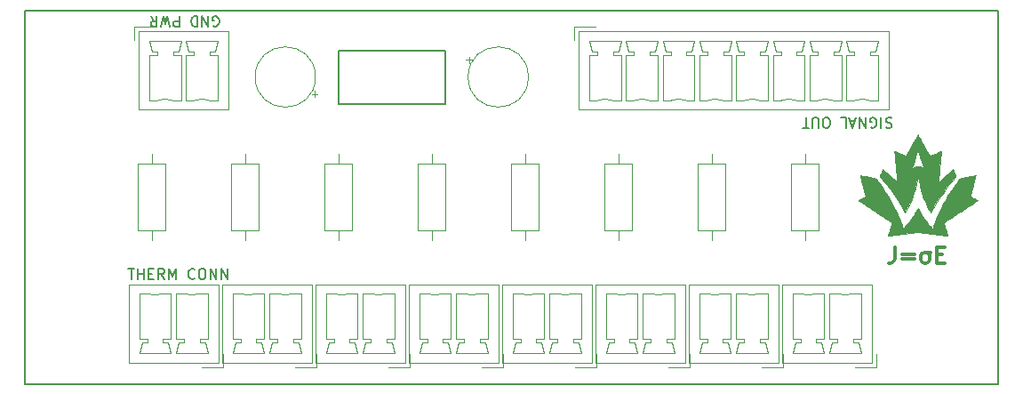
<source format=gto>
G04 #@! TF.FileFunction,Legend,Top*
%FSLAX46Y46*%
G04 Gerber Fmt 4.6, Leading zero omitted, Abs format (unit mm)*
G04 Created by KiCad (PCBNEW 4.0.7) date Wednesday, April 11, 2018 'AMt' 08:58:52 AM*
%MOMM*%
%LPD*%
G01*
G04 APERTURE LIST*
%ADD10C,0.100000*%
%ADD11C,0.300000*%
%ADD12C,0.150000*%
%ADD13C,0.120000*%
%ADD14C,0.010000*%
G04 APERTURE END LIST*
D10*
D11*
X196520857Y-116526571D02*
X196520857Y-117598000D01*
X196449429Y-117812286D01*
X196306572Y-117955143D01*
X196092286Y-118026571D01*
X195949429Y-118026571D01*
X197235143Y-117240857D02*
X198378000Y-117240857D01*
X198378000Y-117669429D02*
X197235143Y-117669429D01*
X199949429Y-117026571D02*
X199306572Y-117026571D01*
X199163714Y-117098000D01*
X199092286Y-117169429D01*
X199020857Y-117312286D01*
X199020857Y-117740857D01*
X199092286Y-117883714D01*
X199163714Y-117955143D01*
X199306572Y-118026571D01*
X199520857Y-118026571D01*
X199663714Y-117955143D01*
X199735143Y-117883714D01*
X199806572Y-117740857D01*
X199806572Y-117312286D01*
X199735143Y-117169429D01*
X199663714Y-117098000D01*
X199520857Y-117026571D01*
X200520857Y-117240857D02*
X201020857Y-117240857D01*
X201235143Y-118026571D02*
X200520857Y-118026571D01*
X200520857Y-116526571D01*
X201235143Y-116526571D01*
D12*
X196214476Y-104243238D02*
X196071619Y-104195619D01*
X195833523Y-104195619D01*
X195738285Y-104243238D01*
X195690666Y-104290857D01*
X195643047Y-104386095D01*
X195643047Y-104481333D01*
X195690666Y-104576571D01*
X195738285Y-104624190D01*
X195833523Y-104671810D01*
X196024000Y-104719429D01*
X196119238Y-104767048D01*
X196166857Y-104814667D01*
X196214476Y-104909905D01*
X196214476Y-105005143D01*
X196166857Y-105100381D01*
X196119238Y-105148000D01*
X196024000Y-105195619D01*
X195785904Y-105195619D01*
X195643047Y-105148000D01*
X195214476Y-104195619D02*
X195214476Y-105195619D01*
X194214476Y-105148000D02*
X194309714Y-105195619D01*
X194452571Y-105195619D01*
X194595429Y-105148000D01*
X194690667Y-105052762D01*
X194738286Y-104957524D01*
X194785905Y-104767048D01*
X194785905Y-104624190D01*
X194738286Y-104433714D01*
X194690667Y-104338476D01*
X194595429Y-104243238D01*
X194452571Y-104195619D01*
X194357333Y-104195619D01*
X194214476Y-104243238D01*
X194166857Y-104290857D01*
X194166857Y-104624190D01*
X194357333Y-104624190D01*
X193738286Y-104195619D02*
X193738286Y-105195619D01*
X193166857Y-104195619D01*
X193166857Y-105195619D01*
X192738286Y-104481333D02*
X192262095Y-104481333D01*
X192833524Y-104195619D02*
X192500191Y-105195619D01*
X192166857Y-104195619D01*
X191357333Y-104195619D02*
X191833524Y-104195619D01*
X191833524Y-105195619D01*
X190071619Y-105195619D02*
X189881142Y-105195619D01*
X189785904Y-105148000D01*
X189690666Y-105052762D01*
X189643047Y-104862286D01*
X189643047Y-104528952D01*
X189690666Y-104338476D01*
X189785904Y-104243238D01*
X189881142Y-104195619D01*
X190071619Y-104195619D01*
X190166857Y-104243238D01*
X190262095Y-104338476D01*
X190309714Y-104528952D01*
X190309714Y-104862286D01*
X190262095Y-105052762D01*
X190166857Y-105148000D01*
X190071619Y-105195619D01*
X189214476Y-105195619D02*
X189214476Y-104386095D01*
X189166857Y-104290857D01*
X189119238Y-104243238D01*
X189024000Y-104195619D01*
X188833523Y-104195619D01*
X188738285Y-104243238D01*
X188690666Y-104290857D01*
X188643047Y-104386095D01*
X188643047Y-105195619D01*
X188309714Y-105195619D02*
X187738285Y-105195619D01*
X188024000Y-104195619D02*
X188024000Y-105195619D01*
X123484286Y-118578381D02*
X124055715Y-118578381D01*
X123770000Y-119578381D02*
X123770000Y-118578381D01*
X124389048Y-119578381D02*
X124389048Y-118578381D01*
X124389048Y-119054571D02*
X124960477Y-119054571D01*
X124960477Y-119578381D02*
X124960477Y-118578381D01*
X125436667Y-119054571D02*
X125770001Y-119054571D01*
X125912858Y-119578381D02*
X125436667Y-119578381D01*
X125436667Y-118578381D01*
X125912858Y-118578381D01*
X126912858Y-119578381D02*
X126579524Y-119102190D01*
X126341429Y-119578381D02*
X126341429Y-118578381D01*
X126722382Y-118578381D01*
X126817620Y-118626000D01*
X126865239Y-118673619D01*
X126912858Y-118768857D01*
X126912858Y-118911714D01*
X126865239Y-119006952D01*
X126817620Y-119054571D01*
X126722382Y-119102190D01*
X126341429Y-119102190D01*
X127341429Y-119578381D02*
X127341429Y-118578381D01*
X127674763Y-119292667D01*
X128008096Y-118578381D01*
X128008096Y-119578381D01*
X129817620Y-119483143D02*
X129770001Y-119530762D01*
X129627144Y-119578381D01*
X129531906Y-119578381D01*
X129389048Y-119530762D01*
X129293810Y-119435524D01*
X129246191Y-119340286D01*
X129198572Y-119149810D01*
X129198572Y-119006952D01*
X129246191Y-118816476D01*
X129293810Y-118721238D01*
X129389048Y-118626000D01*
X129531906Y-118578381D01*
X129627144Y-118578381D01*
X129770001Y-118626000D01*
X129817620Y-118673619D01*
X130436667Y-118578381D02*
X130627144Y-118578381D01*
X130722382Y-118626000D01*
X130817620Y-118721238D01*
X130865239Y-118911714D01*
X130865239Y-119245048D01*
X130817620Y-119435524D01*
X130722382Y-119530762D01*
X130627144Y-119578381D01*
X130436667Y-119578381D01*
X130341429Y-119530762D01*
X130246191Y-119435524D01*
X130198572Y-119245048D01*
X130198572Y-118911714D01*
X130246191Y-118721238D01*
X130341429Y-118626000D01*
X130436667Y-118578381D01*
X131293810Y-119578381D02*
X131293810Y-118578381D01*
X131865239Y-119578381D01*
X131865239Y-118578381D01*
X132341429Y-119578381D02*
X132341429Y-118578381D01*
X132912858Y-119578381D01*
X132912858Y-118578381D01*
X131571904Y-95496000D02*
X131667142Y-95543619D01*
X131809999Y-95543619D01*
X131952857Y-95496000D01*
X132048095Y-95400762D01*
X132095714Y-95305524D01*
X132143333Y-95115048D01*
X132143333Y-94972190D01*
X132095714Y-94781714D01*
X132048095Y-94686476D01*
X131952857Y-94591238D01*
X131809999Y-94543619D01*
X131714761Y-94543619D01*
X131571904Y-94591238D01*
X131524285Y-94638857D01*
X131524285Y-94972190D01*
X131714761Y-94972190D01*
X131095714Y-94543619D02*
X131095714Y-95543619D01*
X130524285Y-94543619D01*
X130524285Y-95543619D01*
X130048095Y-94543619D02*
X130048095Y-95543619D01*
X129810000Y-95543619D01*
X129667142Y-95496000D01*
X129571904Y-95400762D01*
X129524285Y-95305524D01*
X129476666Y-95115048D01*
X129476666Y-94972190D01*
X129524285Y-94781714D01*
X129571904Y-94686476D01*
X129667142Y-94591238D01*
X129810000Y-94543619D01*
X130048095Y-94543619D01*
X128333333Y-94543619D02*
X128333333Y-95543619D01*
X127952380Y-95543619D01*
X127857142Y-95496000D01*
X127809523Y-95448381D01*
X127761904Y-95353143D01*
X127761904Y-95210286D01*
X127809523Y-95115048D01*
X127857142Y-95067429D01*
X127952380Y-95019810D01*
X128333333Y-95019810D01*
X127428571Y-95543619D02*
X127190476Y-94543619D01*
X126999999Y-95257905D01*
X126809523Y-94543619D01*
X126571428Y-95543619D01*
X125619047Y-94543619D02*
X125952381Y-95019810D01*
X126190476Y-94543619D02*
X126190476Y-95543619D01*
X125809523Y-95543619D01*
X125714285Y-95496000D01*
X125666666Y-95448381D01*
X125619047Y-95353143D01*
X125619047Y-95210286D01*
X125666666Y-95115048D01*
X125714285Y-95067429D01*
X125809523Y-95019810D01*
X126190476Y-95019810D01*
X113665000Y-129540000D02*
X206375000Y-129540000D01*
X113665000Y-93980000D02*
X206375000Y-93980000D01*
X113665000Y-93980000D02*
X113665000Y-129540000D01*
X206375000Y-93980000D02*
X206375000Y-129540000D01*
D13*
X141320000Y-100330000D02*
G75*
G03X141320000Y-100330000I-2870000J0D01*
G01*
X141522262Y-101945000D02*
X140972262Y-101945000D01*
X141247262Y-102220000D02*
X141247262Y-101670000D01*
X161600000Y-100330000D02*
G75*
G03X161600000Y-100330000I-2870000J0D01*
G01*
X155657738Y-98715000D02*
X156207738Y-98715000D01*
X155932738Y-98440000D02*
X155932738Y-98990000D01*
X127749647Y-102579845D02*
G75*
G03X126250000Y-102580000I-749647J-1700155D01*
G01*
X131249647Y-102579845D02*
G75*
G03X129750000Y-102580000I-749647J-1700155D01*
G01*
X124470000Y-96000000D02*
X124470000Y-103410000D01*
X124470000Y-103410000D02*
X133030000Y-103410000D01*
X133030000Y-103410000D02*
X133030000Y-96000000D01*
X133030000Y-96000000D02*
X124470000Y-96000000D01*
X126250000Y-102580000D02*
X125500000Y-102580000D01*
X125500000Y-102580000D02*
X125500000Y-98280000D01*
X125500000Y-98280000D02*
X126250000Y-98280000D01*
X126250000Y-98280000D02*
X126250000Y-97930000D01*
X126250000Y-97930000D02*
X125750000Y-97930000D01*
X125750000Y-97930000D02*
X125500000Y-96930000D01*
X125500000Y-96930000D02*
X128500000Y-96930000D01*
X128500000Y-96930000D02*
X128250000Y-97930000D01*
X128250000Y-97930000D02*
X127750000Y-97930000D01*
X127750000Y-97930000D02*
X127750000Y-98280000D01*
X127750000Y-98280000D02*
X128500000Y-98280000D01*
X128500000Y-98280000D02*
X128500000Y-102580000D01*
X128500000Y-102580000D02*
X127750000Y-102580000D01*
X129750000Y-102580000D02*
X129000000Y-102580000D01*
X129000000Y-102580000D02*
X129000000Y-98280000D01*
X129000000Y-98280000D02*
X129750000Y-98280000D01*
X129750000Y-98280000D02*
X129750000Y-97930000D01*
X129750000Y-97930000D02*
X129250000Y-97930000D01*
X129250000Y-97930000D02*
X129000000Y-96930000D01*
X129000000Y-96930000D02*
X132000000Y-96930000D01*
X132000000Y-96930000D02*
X131750000Y-97930000D01*
X131750000Y-97930000D02*
X131250000Y-97930000D01*
X131250000Y-97930000D02*
X131250000Y-98280000D01*
X131250000Y-98280000D02*
X132000000Y-98280000D01*
X132000000Y-98280000D02*
X132000000Y-102580000D01*
X132000000Y-102580000D02*
X131250000Y-102580000D01*
X124050000Y-96830000D02*
X124050000Y-95580000D01*
X124050000Y-95580000D02*
X126050000Y-95580000D01*
X169659647Y-102579845D02*
G75*
G03X168160000Y-102580000I-749647J-1700155D01*
G01*
X173159647Y-102579845D02*
G75*
G03X171660000Y-102580000I-749647J-1700155D01*
G01*
X176659647Y-102579845D02*
G75*
G03X175160000Y-102580000I-749647J-1700155D01*
G01*
X180159647Y-102579845D02*
G75*
G03X178660000Y-102580000I-749647J-1700155D01*
G01*
X183659647Y-102579845D02*
G75*
G03X182160000Y-102580000I-749647J-1700155D01*
G01*
X187159647Y-102579845D02*
G75*
G03X185660000Y-102580000I-749647J-1700155D01*
G01*
X190659647Y-102579845D02*
G75*
G03X189160000Y-102580000I-749647J-1700155D01*
G01*
X194159647Y-102579845D02*
G75*
G03X192660000Y-102580000I-749647J-1700155D01*
G01*
X166380000Y-96000000D02*
X166380000Y-103410000D01*
X166380000Y-103410000D02*
X195940000Y-103410000D01*
X195940000Y-103410000D02*
X195940000Y-96000000D01*
X195940000Y-96000000D02*
X166380000Y-96000000D01*
X168160000Y-102580000D02*
X167410000Y-102580000D01*
X167410000Y-102580000D02*
X167410000Y-98280000D01*
X167410000Y-98280000D02*
X168160000Y-98280000D01*
X168160000Y-98280000D02*
X168160000Y-97930000D01*
X168160000Y-97930000D02*
X167660000Y-97930000D01*
X167660000Y-97930000D02*
X167410000Y-96930000D01*
X167410000Y-96930000D02*
X170410000Y-96930000D01*
X170410000Y-96930000D02*
X170160000Y-97930000D01*
X170160000Y-97930000D02*
X169660000Y-97930000D01*
X169660000Y-97930000D02*
X169660000Y-98280000D01*
X169660000Y-98280000D02*
X170410000Y-98280000D01*
X170410000Y-98280000D02*
X170410000Y-102580000D01*
X170410000Y-102580000D02*
X169660000Y-102580000D01*
X171660000Y-102580000D02*
X170910000Y-102580000D01*
X170910000Y-102580000D02*
X170910000Y-98280000D01*
X170910000Y-98280000D02*
X171660000Y-98280000D01*
X171660000Y-98280000D02*
X171660000Y-97930000D01*
X171660000Y-97930000D02*
X171160000Y-97930000D01*
X171160000Y-97930000D02*
X170910000Y-96930000D01*
X170910000Y-96930000D02*
X173910000Y-96930000D01*
X173910000Y-96930000D02*
X173660000Y-97930000D01*
X173660000Y-97930000D02*
X173160000Y-97930000D01*
X173160000Y-97930000D02*
X173160000Y-98280000D01*
X173160000Y-98280000D02*
X173910000Y-98280000D01*
X173910000Y-98280000D02*
X173910000Y-102580000D01*
X173910000Y-102580000D02*
X173160000Y-102580000D01*
X175160000Y-102580000D02*
X174410000Y-102580000D01*
X174410000Y-102580000D02*
X174410000Y-98280000D01*
X174410000Y-98280000D02*
X175160000Y-98280000D01*
X175160000Y-98280000D02*
X175160000Y-97930000D01*
X175160000Y-97930000D02*
X174660000Y-97930000D01*
X174660000Y-97930000D02*
X174410000Y-96930000D01*
X174410000Y-96930000D02*
X177410000Y-96930000D01*
X177410000Y-96930000D02*
X177160000Y-97930000D01*
X177160000Y-97930000D02*
X176660000Y-97930000D01*
X176660000Y-97930000D02*
X176660000Y-98280000D01*
X176660000Y-98280000D02*
X177410000Y-98280000D01*
X177410000Y-98280000D02*
X177410000Y-102580000D01*
X177410000Y-102580000D02*
X176660000Y-102580000D01*
X178660000Y-102580000D02*
X177910000Y-102580000D01*
X177910000Y-102580000D02*
X177910000Y-98280000D01*
X177910000Y-98280000D02*
X178660000Y-98280000D01*
X178660000Y-98280000D02*
X178660000Y-97930000D01*
X178660000Y-97930000D02*
X178160000Y-97930000D01*
X178160000Y-97930000D02*
X177910000Y-96930000D01*
X177910000Y-96930000D02*
X180910000Y-96930000D01*
X180910000Y-96930000D02*
X180660000Y-97930000D01*
X180660000Y-97930000D02*
X180160000Y-97930000D01*
X180160000Y-97930000D02*
X180160000Y-98280000D01*
X180160000Y-98280000D02*
X180910000Y-98280000D01*
X180910000Y-98280000D02*
X180910000Y-102580000D01*
X180910000Y-102580000D02*
X180160000Y-102580000D01*
X182160000Y-102580000D02*
X181410000Y-102580000D01*
X181410000Y-102580000D02*
X181410000Y-98280000D01*
X181410000Y-98280000D02*
X182160000Y-98280000D01*
X182160000Y-98280000D02*
X182160000Y-97930000D01*
X182160000Y-97930000D02*
X181660000Y-97930000D01*
X181660000Y-97930000D02*
X181410000Y-96930000D01*
X181410000Y-96930000D02*
X184410000Y-96930000D01*
X184410000Y-96930000D02*
X184160000Y-97930000D01*
X184160000Y-97930000D02*
X183660000Y-97930000D01*
X183660000Y-97930000D02*
X183660000Y-98280000D01*
X183660000Y-98280000D02*
X184410000Y-98280000D01*
X184410000Y-98280000D02*
X184410000Y-102580000D01*
X184410000Y-102580000D02*
X183660000Y-102580000D01*
X185660000Y-102580000D02*
X184910000Y-102580000D01*
X184910000Y-102580000D02*
X184910000Y-98280000D01*
X184910000Y-98280000D02*
X185660000Y-98280000D01*
X185660000Y-98280000D02*
X185660000Y-97930000D01*
X185660000Y-97930000D02*
X185160000Y-97930000D01*
X185160000Y-97930000D02*
X184910000Y-96930000D01*
X184910000Y-96930000D02*
X187910000Y-96930000D01*
X187910000Y-96930000D02*
X187660000Y-97930000D01*
X187660000Y-97930000D02*
X187160000Y-97930000D01*
X187160000Y-97930000D02*
X187160000Y-98280000D01*
X187160000Y-98280000D02*
X187910000Y-98280000D01*
X187910000Y-98280000D02*
X187910000Y-102580000D01*
X187910000Y-102580000D02*
X187160000Y-102580000D01*
X189160000Y-102580000D02*
X188410000Y-102580000D01*
X188410000Y-102580000D02*
X188410000Y-98280000D01*
X188410000Y-98280000D02*
X189160000Y-98280000D01*
X189160000Y-98280000D02*
X189160000Y-97930000D01*
X189160000Y-97930000D02*
X188660000Y-97930000D01*
X188660000Y-97930000D02*
X188410000Y-96930000D01*
X188410000Y-96930000D02*
X191410000Y-96930000D01*
X191410000Y-96930000D02*
X191160000Y-97930000D01*
X191160000Y-97930000D02*
X190660000Y-97930000D01*
X190660000Y-97930000D02*
X190660000Y-98280000D01*
X190660000Y-98280000D02*
X191410000Y-98280000D01*
X191410000Y-98280000D02*
X191410000Y-102580000D01*
X191410000Y-102580000D02*
X190660000Y-102580000D01*
X192660000Y-102580000D02*
X191910000Y-102580000D01*
X191910000Y-102580000D02*
X191910000Y-98280000D01*
X191910000Y-98280000D02*
X192660000Y-98280000D01*
X192660000Y-98280000D02*
X192660000Y-97930000D01*
X192660000Y-97930000D02*
X192160000Y-97930000D01*
X192160000Y-97930000D02*
X191910000Y-96930000D01*
X191910000Y-96930000D02*
X194910000Y-96930000D01*
X194910000Y-96930000D02*
X194660000Y-97930000D01*
X194660000Y-97930000D02*
X194160000Y-97930000D01*
X194160000Y-97930000D02*
X194160000Y-98280000D01*
X194160000Y-98280000D02*
X194910000Y-98280000D01*
X194910000Y-98280000D02*
X194910000Y-102580000D01*
X194910000Y-102580000D02*
X194160000Y-102580000D01*
X165960000Y-96830000D02*
X165960000Y-95580000D01*
X165960000Y-95580000D02*
X167960000Y-95580000D01*
X128790353Y-120940155D02*
G75*
G03X130290000Y-120940000I749647J1700155D01*
G01*
X125290353Y-120940155D02*
G75*
G03X126790000Y-120940000I749647J1700155D01*
G01*
X132070000Y-127520000D02*
X132070000Y-120110000D01*
X132070000Y-120110000D02*
X123510000Y-120110000D01*
X123510000Y-120110000D02*
X123510000Y-127520000D01*
X123510000Y-127520000D02*
X132070000Y-127520000D01*
X130290000Y-120940000D02*
X131040000Y-120940000D01*
X131040000Y-120940000D02*
X131040000Y-125240000D01*
X131040000Y-125240000D02*
X130290000Y-125240000D01*
X130290000Y-125240000D02*
X130290000Y-125590000D01*
X130290000Y-125590000D02*
X130790000Y-125590000D01*
X130790000Y-125590000D02*
X131040000Y-126590000D01*
X131040000Y-126590000D02*
X128040000Y-126590000D01*
X128040000Y-126590000D02*
X128290000Y-125590000D01*
X128290000Y-125590000D02*
X128790000Y-125590000D01*
X128790000Y-125590000D02*
X128790000Y-125240000D01*
X128790000Y-125240000D02*
X128040000Y-125240000D01*
X128040000Y-125240000D02*
X128040000Y-120940000D01*
X128040000Y-120940000D02*
X128790000Y-120940000D01*
X126790000Y-120940000D02*
X127540000Y-120940000D01*
X127540000Y-120940000D02*
X127540000Y-125240000D01*
X127540000Y-125240000D02*
X126790000Y-125240000D01*
X126790000Y-125240000D02*
X126790000Y-125590000D01*
X126790000Y-125590000D02*
X127290000Y-125590000D01*
X127290000Y-125590000D02*
X127540000Y-126590000D01*
X127540000Y-126590000D02*
X124540000Y-126590000D01*
X124540000Y-126590000D02*
X124790000Y-125590000D01*
X124790000Y-125590000D02*
X125290000Y-125590000D01*
X125290000Y-125590000D02*
X125290000Y-125240000D01*
X125290000Y-125240000D02*
X124540000Y-125240000D01*
X124540000Y-125240000D02*
X124540000Y-120940000D01*
X124540000Y-120940000D02*
X125290000Y-120940000D01*
X132490000Y-126690000D02*
X132490000Y-127940000D01*
X132490000Y-127940000D02*
X130490000Y-127940000D01*
X155460353Y-120940155D02*
G75*
G03X156960000Y-120940000I749647J1700155D01*
G01*
X151960353Y-120940155D02*
G75*
G03X153460000Y-120940000I749647J1700155D01*
G01*
X158740000Y-127520000D02*
X158740000Y-120110000D01*
X158740000Y-120110000D02*
X150180000Y-120110000D01*
X150180000Y-120110000D02*
X150180000Y-127520000D01*
X150180000Y-127520000D02*
X158740000Y-127520000D01*
X156960000Y-120940000D02*
X157710000Y-120940000D01*
X157710000Y-120940000D02*
X157710000Y-125240000D01*
X157710000Y-125240000D02*
X156960000Y-125240000D01*
X156960000Y-125240000D02*
X156960000Y-125590000D01*
X156960000Y-125590000D02*
X157460000Y-125590000D01*
X157460000Y-125590000D02*
X157710000Y-126590000D01*
X157710000Y-126590000D02*
X154710000Y-126590000D01*
X154710000Y-126590000D02*
X154960000Y-125590000D01*
X154960000Y-125590000D02*
X155460000Y-125590000D01*
X155460000Y-125590000D02*
X155460000Y-125240000D01*
X155460000Y-125240000D02*
X154710000Y-125240000D01*
X154710000Y-125240000D02*
X154710000Y-120940000D01*
X154710000Y-120940000D02*
X155460000Y-120940000D01*
X153460000Y-120940000D02*
X154210000Y-120940000D01*
X154210000Y-120940000D02*
X154210000Y-125240000D01*
X154210000Y-125240000D02*
X153460000Y-125240000D01*
X153460000Y-125240000D02*
X153460000Y-125590000D01*
X153460000Y-125590000D02*
X153960000Y-125590000D01*
X153960000Y-125590000D02*
X154210000Y-126590000D01*
X154210000Y-126590000D02*
X151210000Y-126590000D01*
X151210000Y-126590000D02*
X151460000Y-125590000D01*
X151460000Y-125590000D02*
X151960000Y-125590000D01*
X151960000Y-125590000D02*
X151960000Y-125240000D01*
X151960000Y-125240000D02*
X151210000Y-125240000D01*
X151210000Y-125240000D02*
X151210000Y-120940000D01*
X151210000Y-120940000D02*
X151960000Y-120940000D01*
X159160000Y-126690000D02*
X159160000Y-127940000D01*
X159160000Y-127940000D02*
X157160000Y-127940000D01*
X137680353Y-120940155D02*
G75*
G03X139180000Y-120940000I749647J1700155D01*
G01*
X134180353Y-120940155D02*
G75*
G03X135680000Y-120940000I749647J1700155D01*
G01*
X140960000Y-127520000D02*
X140960000Y-120110000D01*
X140960000Y-120110000D02*
X132400000Y-120110000D01*
X132400000Y-120110000D02*
X132400000Y-127520000D01*
X132400000Y-127520000D02*
X140960000Y-127520000D01*
X139180000Y-120940000D02*
X139930000Y-120940000D01*
X139930000Y-120940000D02*
X139930000Y-125240000D01*
X139930000Y-125240000D02*
X139180000Y-125240000D01*
X139180000Y-125240000D02*
X139180000Y-125590000D01*
X139180000Y-125590000D02*
X139680000Y-125590000D01*
X139680000Y-125590000D02*
X139930000Y-126590000D01*
X139930000Y-126590000D02*
X136930000Y-126590000D01*
X136930000Y-126590000D02*
X137180000Y-125590000D01*
X137180000Y-125590000D02*
X137680000Y-125590000D01*
X137680000Y-125590000D02*
X137680000Y-125240000D01*
X137680000Y-125240000D02*
X136930000Y-125240000D01*
X136930000Y-125240000D02*
X136930000Y-120940000D01*
X136930000Y-120940000D02*
X137680000Y-120940000D01*
X135680000Y-120940000D02*
X136430000Y-120940000D01*
X136430000Y-120940000D02*
X136430000Y-125240000D01*
X136430000Y-125240000D02*
X135680000Y-125240000D01*
X135680000Y-125240000D02*
X135680000Y-125590000D01*
X135680000Y-125590000D02*
X136180000Y-125590000D01*
X136180000Y-125590000D02*
X136430000Y-126590000D01*
X136430000Y-126590000D02*
X133430000Y-126590000D01*
X133430000Y-126590000D02*
X133680000Y-125590000D01*
X133680000Y-125590000D02*
X134180000Y-125590000D01*
X134180000Y-125590000D02*
X134180000Y-125240000D01*
X134180000Y-125240000D02*
X133430000Y-125240000D01*
X133430000Y-125240000D02*
X133430000Y-120940000D01*
X133430000Y-120940000D02*
X134180000Y-120940000D01*
X141380000Y-126690000D02*
X141380000Y-127940000D01*
X141380000Y-127940000D02*
X139380000Y-127940000D01*
X164350353Y-120940155D02*
G75*
G03X165850000Y-120940000I749647J1700155D01*
G01*
X160850353Y-120940155D02*
G75*
G03X162350000Y-120940000I749647J1700155D01*
G01*
X167630000Y-127520000D02*
X167630000Y-120110000D01*
X167630000Y-120110000D02*
X159070000Y-120110000D01*
X159070000Y-120110000D02*
X159070000Y-127520000D01*
X159070000Y-127520000D02*
X167630000Y-127520000D01*
X165850000Y-120940000D02*
X166600000Y-120940000D01*
X166600000Y-120940000D02*
X166600000Y-125240000D01*
X166600000Y-125240000D02*
X165850000Y-125240000D01*
X165850000Y-125240000D02*
X165850000Y-125590000D01*
X165850000Y-125590000D02*
X166350000Y-125590000D01*
X166350000Y-125590000D02*
X166600000Y-126590000D01*
X166600000Y-126590000D02*
X163600000Y-126590000D01*
X163600000Y-126590000D02*
X163850000Y-125590000D01*
X163850000Y-125590000D02*
X164350000Y-125590000D01*
X164350000Y-125590000D02*
X164350000Y-125240000D01*
X164350000Y-125240000D02*
X163600000Y-125240000D01*
X163600000Y-125240000D02*
X163600000Y-120940000D01*
X163600000Y-120940000D02*
X164350000Y-120940000D01*
X162350000Y-120940000D02*
X163100000Y-120940000D01*
X163100000Y-120940000D02*
X163100000Y-125240000D01*
X163100000Y-125240000D02*
X162350000Y-125240000D01*
X162350000Y-125240000D02*
X162350000Y-125590000D01*
X162350000Y-125590000D02*
X162850000Y-125590000D01*
X162850000Y-125590000D02*
X163100000Y-126590000D01*
X163100000Y-126590000D02*
X160100000Y-126590000D01*
X160100000Y-126590000D02*
X160350000Y-125590000D01*
X160350000Y-125590000D02*
X160850000Y-125590000D01*
X160850000Y-125590000D02*
X160850000Y-125240000D01*
X160850000Y-125240000D02*
X160100000Y-125240000D01*
X160100000Y-125240000D02*
X160100000Y-120940000D01*
X160100000Y-120940000D02*
X160850000Y-120940000D01*
X168050000Y-126690000D02*
X168050000Y-127940000D01*
X168050000Y-127940000D02*
X166050000Y-127940000D01*
X182130353Y-120940155D02*
G75*
G03X183630000Y-120940000I749647J1700155D01*
G01*
X178630353Y-120940155D02*
G75*
G03X180130000Y-120940000I749647J1700155D01*
G01*
X185410000Y-127520000D02*
X185410000Y-120110000D01*
X185410000Y-120110000D02*
X176850000Y-120110000D01*
X176850000Y-120110000D02*
X176850000Y-127520000D01*
X176850000Y-127520000D02*
X185410000Y-127520000D01*
X183630000Y-120940000D02*
X184380000Y-120940000D01*
X184380000Y-120940000D02*
X184380000Y-125240000D01*
X184380000Y-125240000D02*
X183630000Y-125240000D01*
X183630000Y-125240000D02*
X183630000Y-125590000D01*
X183630000Y-125590000D02*
X184130000Y-125590000D01*
X184130000Y-125590000D02*
X184380000Y-126590000D01*
X184380000Y-126590000D02*
X181380000Y-126590000D01*
X181380000Y-126590000D02*
X181630000Y-125590000D01*
X181630000Y-125590000D02*
X182130000Y-125590000D01*
X182130000Y-125590000D02*
X182130000Y-125240000D01*
X182130000Y-125240000D02*
X181380000Y-125240000D01*
X181380000Y-125240000D02*
X181380000Y-120940000D01*
X181380000Y-120940000D02*
X182130000Y-120940000D01*
X180130000Y-120940000D02*
X180880000Y-120940000D01*
X180880000Y-120940000D02*
X180880000Y-125240000D01*
X180880000Y-125240000D02*
X180130000Y-125240000D01*
X180130000Y-125240000D02*
X180130000Y-125590000D01*
X180130000Y-125590000D02*
X180630000Y-125590000D01*
X180630000Y-125590000D02*
X180880000Y-126590000D01*
X180880000Y-126590000D02*
X177880000Y-126590000D01*
X177880000Y-126590000D02*
X178130000Y-125590000D01*
X178130000Y-125590000D02*
X178630000Y-125590000D01*
X178630000Y-125590000D02*
X178630000Y-125240000D01*
X178630000Y-125240000D02*
X177880000Y-125240000D01*
X177880000Y-125240000D02*
X177880000Y-120940000D01*
X177880000Y-120940000D02*
X178630000Y-120940000D01*
X185830000Y-126690000D02*
X185830000Y-127940000D01*
X185830000Y-127940000D02*
X183830000Y-127940000D01*
X191020353Y-120940155D02*
G75*
G03X192520000Y-120940000I749647J1700155D01*
G01*
X187520353Y-120940155D02*
G75*
G03X189020000Y-120940000I749647J1700155D01*
G01*
X194300000Y-127520000D02*
X194300000Y-120110000D01*
X194300000Y-120110000D02*
X185740000Y-120110000D01*
X185740000Y-120110000D02*
X185740000Y-127520000D01*
X185740000Y-127520000D02*
X194300000Y-127520000D01*
X192520000Y-120940000D02*
X193270000Y-120940000D01*
X193270000Y-120940000D02*
X193270000Y-125240000D01*
X193270000Y-125240000D02*
X192520000Y-125240000D01*
X192520000Y-125240000D02*
X192520000Y-125590000D01*
X192520000Y-125590000D02*
X193020000Y-125590000D01*
X193020000Y-125590000D02*
X193270000Y-126590000D01*
X193270000Y-126590000D02*
X190270000Y-126590000D01*
X190270000Y-126590000D02*
X190520000Y-125590000D01*
X190520000Y-125590000D02*
X191020000Y-125590000D01*
X191020000Y-125590000D02*
X191020000Y-125240000D01*
X191020000Y-125240000D02*
X190270000Y-125240000D01*
X190270000Y-125240000D02*
X190270000Y-120940000D01*
X190270000Y-120940000D02*
X191020000Y-120940000D01*
X189020000Y-120940000D02*
X189770000Y-120940000D01*
X189770000Y-120940000D02*
X189770000Y-125240000D01*
X189770000Y-125240000D02*
X189020000Y-125240000D01*
X189020000Y-125240000D02*
X189020000Y-125590000D01*
X189020000Y-125590000D02*
X189520000Y-125590000D01*
X189520000Y-125590000D02*
X189770000Y-126590000D01*
X189770000Y-126590000D02*
X186770000Y-126590000D01*
X186770000Y-126590000D02*
X187020000Y-125590000D01*
X187020000Y-125590000D02*
X187520000Y-125590000D01*
X187520000Y-125590000D02*
X187520000Y-125240000D01*
X187520000Y-125240000D02*
X186770000Y-125240000D01*
X186770000Y-125240000D02*
X186770000Y-120940000D01*
X186770000Y-120940000D02*
X187520000Y-120940000D01*
X194720000Y-126690000D02*
X194720000Y-127940000D01*
X194720000Y-127940000D02*
X192720000Y-127940000D01*
X146570353Y-120940155D02*
G75*
G03X148070000Y-120940000I749647J1700155D01*
G01*
X143070353Y-120940155D02*
G75*
G03X144570000Y-120940000I749647J1700155D01*
G01*
X149850000Y-127520000D02*
X149850000Y-120110000D01*
X149850000Y-120110000D02*
X141290000Y-120110000D01*
X141290000Y-120110000D02*
X141290000Y-127520000D01*
X141290000Y-127520000D02*
X149850000Y-127520000D01*
X148070000Y-120940000D02*
X148820000Y-120940000D01*
X148820000Y-120940000D02*
X148820000Y-125240000D01*
X148820000Y-125240000D02*
X148070000Y-125240000D01*
X148070000Y-125240000D02*
X148070000Y-125590000D01*
X148070000Y-125590000D02*
X148570000Y-125590000D01*
X148570000Y-125590000D02*
X148820000Y-126590000D01*
X148820000Y-126590000D02*
X145820000Y-126590000D01*
X145820000Y-126590000D02*
X146070000Y-125590000D01*
X146070000Y-125590000D02*
X146570000Y-125590000D01*
X146570000Y-125590000D02*
X146570000Y-125240000D01*
X146570000Y-125240000D02*
X145820000Y-125240000D01*
X145820000Y-125240000D02*
X145820000Y-120940000D01*
X145820000Y-120940000D02*
X146570000Y-120940000D01*
X144570000Y-120940000D02*
X145320000Y-120940000D01*
X145320000Y-120940000D02*
X145320000Y-125240000D01*
X145320000Y-125240000D02*
X144570000Y-125240000D01*
X144570000Y-125240000D02*
X144570000Y-125590000D01*
X144570000Y-125590000D02*
X145070000Y-125590000D01*
X145070000Y-125590000D02*
X145320000Y-126590000D01*
X145320000Y-126590000D02*
X142320000Y-126590000D01*
X142320000Y-126590000D02*
X142570000Y-125590000D01*
X142570000Y-125590000D02*
X143070000Y-125590000D01*
X143070000Y-125590000D02*
X143070000Y-125240000D01*
X143070000Y-125240000D02*
X142320000Y-125240000D01*
X142320000Y-125240000D02*
X142320000Y-120940000D01*
X142320000Y-120940000D02*
X143070000Y-120940000D01*
X150270000Y-126690000D02*
X150270000Y-127940000D01*
X150270000Y-127940000D02*
X148270000Y-127940000D01*
X173240353Y-120940155D02*
G75*
G03X174740000Y-120940000I749647J1700155D01*
G01*
X169740353Y-120940155D02*
G75*
G03X171240000Y-120940000I749647J1700155D01*
G01*
X176520000Y-127520000D02*
X176520000Y-120110000D01*
X176520000Y-120110000D02*
X167960000Y-120110000D01*
X167960000Y-120110000D02*
X167960000Y-127520000D01*
X167960000Y-127520000D02*
X176520000Y-127520000D01*
X174740000Y-120940000D02*
X175490000Y-120940000D01*
X175490000Y-120940000D02*
X175490000Y-125240000D01*
X175490000Y-125240000D02*
X174740000Y-125240000D01*
X174740000Y-125240000D02*
X174740000Y-125590000D01*
X174740000Y-125590000D02*
X175240000Y-125590000D01*
X175240000Y-125590000D02*
X175490000Y-126590000D01*
X175490000Y-126590000D02*
X172490000Y-126590000D01*
X172490000Y-126590000D02*
X172740000Y-125590000D01*
X172740000Y-125590000D02*
X173240000Y-125590000D01*
X173240000Y-125590000D02*
X173240000Y-125240000D01*
X173240000Y-125240000D02*
X172490000Y-125240000D01*
X172490000Y-125240000D02*
X172490000Y-120940000D01*
X172490000Y-120940000D02*
X173240000Y-120940000D01*
X171240000Y-120940000D02*
X171990000Y-120940000D01*
X171990000Y-120940000D02*
X171990000Y-125240000D01*
X171990000Y-125240000D02*
X171240000Y-125240000D01*
X171240000Y-125240000D02*
X171240000Y-125590000D01*
X171240000Y-125590000D02*
X171740000Y-125590000D01*
X171740000Y-125590000D02*
X171990000Y-126590000D01*
X171990000Y-126590000D02*
X168990000Y-126590000D01*
X168990000Y-126590000D02*
X169240000Y-125590000D01*
X169240000Y-125590000D02*
X169740000Y-125590000D01*
X169740000Y-125590000D02*
X169740000Y-125240000D01*
X169740000Y-125240000D02*
X168990000Y-125240000D01*
X168990000Y-125240000D02*
X168990000Y-120940000D01*
X168990000Y-120940000D02*
X169740000Y-120940000D01*
X176940000Y-126690000D02*
X176940000Y-127940000D01*
X176940000Y-127940000D02*
X174940000Y-127940000D01*
D12*
X153670000Y-97790000D02*
X153670000Y-102870000D01*
X153670000Y-102870000D02*
X153670000Y-97790000D01*
X153670000Y-97790000D02*
X143510000Y-97790000D01*
X143510000Y-102870000D02*
X153670000Y-102870000D01*
X143510000Y-97790000D02*
X143510000Y-102870000D01*
D13*
X127040000Y-108550000D02*
X124420000Y-108550000D01*
X124420000Y-108550000D02*
X124420000Y-114970000D01*
X124420000Y-114970000D02*
X127040000Y-114970000D01*
X127040000Y-114970000D02*
X127040000Y-108550000D01*
X125730000Y-107660000D02*
X125730000Y-108550000D01*
X125730000Y-115860000D02*
X125730000Y-114970000D01*
X153710000Y-108550000D02*
X151090000Y-108550000D01*
X151090000Y-108550000D02*
X151090000Y-114970000D01*
X151090000Y-114970000D02*
X153710000Y-114970000D01*
X153710000Y-114970000D02*
X153710000Y-108550000D01*
X152400000Y-107660000D02*
X152400000Y-108550000D01*
X152400000Y-115860000D02*
X152400000Y-114970000D01*
X135930000Y-108550000D02*
X133310000Y-108550000D01*
X133310000Y-108550000D02*
X133310000Y-114970000D01*
X133310000Y-114970000D02*
X135930000Y-114970000D01*
X135930000Y-114970000D02*
X135930000Y-108550000D01*
X134620000Y-107660000D02*
X134620000Y-108550000D01*
X134620000Y-115860000D02*
X134620000Y-114970000D01*
X162600000Y-108550000D02*
X159980000Y-108550000D01*
X159980000Y-108550000D02*
X159980000Y-114970000D01*
X159980000Y-114970000D02*
X162600000Y-114970000D01*
X162600000Y-114970000D02*
X162600000Y-108550000D01*
X161290000Y-107660000D02*
X161290000Y-108550000D01*
X161290000Y-115860000D02*
X161290000Y-114970000D01*
X180380000Y-108550000D02*
X177760000Y-108550000D01*
X177760000Y-108550000D02*
X177760000Y-114970000D01*
X177760000Y-114970000D02*
X180380000Y-114970000D01*
X180380000Y-114970000D02*
X180380000Y-108550000D01*
X179070000Y-107660000D02*
X179070000Y-108550000D01*
X179070000Y-115860000D02*
X179070000Y-114970000D01*
X189270000Y-108550000D02*
X186650000Y-108550000D01*
X186650000Y-108550000D02*
X186650000Y-114970000D01*
X186650000Y-114970000D02*
X189270000Y-114970000D01*
X189270000Y-114970000D02*
X189270000Y-108550000D01*
X187960000Y-107660000D02*
X187960000Y-108550000D01*
X187960000Y-115860000D02*
X187960000Y-114970000D01*
X144820000Y-108550000D02*
X142200000Y-108550000D01*
X142200000Y-108550000D02*
X142200000Y-114970000D01*
X142200000Y-114970000D02*
X144820000Y-114970000D01*
X144820000Y-114970000D02*
X144820000Y-108550000D01*
X143510000Y-107660000D02*
X143510000Y-108550000D01*
X143510000Y-115860000D02*
X143510000Y-114970000D01*
X171490000Y-108550000D02*
X168870000Y-108550000D01*
X168870000Y-108550000D02*
X168870000Y-114970000D01*
X168870000Y-114970000D02*
X171490000Y-114970000D01*
X171490000Y-114970000D02*
X171490000Y-108550000D01*
X170180000Y-107660000D02*
X170180000Y-108550000D01*
X170180000Y-115860000D02*
X170180000Y-114970000D01*
D14*
G36*
X193218089Y-109690742D02*
X193262200Y-109698567D01*
X193331365Y-109711411D01*
X193422540Y-109728692D01*
X193532679Y-109749829D01*
X193658739Y-109774242D01*
X193797675Y-109801348D01*
X193946443Y-109830568D01*
X193948995Y-109831071D01*
X194132825Y-109867548D01*
X194287489Y-109898820D01*
X194415059Y-109925358D01*
X194517605Y-109947634D01*
X194597201Y-109966119D01*
X194655919Y-109981283D01*
X194695829Y-109993598D01*
X194719005Y-110003536D01*
X194724638Y-110007458D01*
X194753089Y-110038078D01*
X194796780Y-110091525D01*
X194853175Y-110164321D01*
X194919734Y-110252986D01*
X194993922Y-110354043D01*
X195073200Y-110464011D01*
X195155030Y-110579414D01*
X195236875Y-110696771D01*
X195316196Y-110812605D01*
X195366060Y-110886720D01*
X195601641Y-111249668D01*
X195832451Y-111624801D01*
X196055867Y-112007259D01*
X196269264Y-112392183D01*
X196470021Y-112774713D01*
X196655514Y-113149989D01*
X196823119Y-113513151D01*
X196968658Y-113855500D01*
X197005350Y-113949061D01*
X197045234Y-114055841D01*
X197086436Y-114170315D01*
X197127087Y-114286957D01*
X197165313Y-114400244D01*
X197199243Y-114504651D01*
X197227006Y-114594652D01*
X197246730Y-114664725D01*
X197255198Y-114701286D01*
X197264912Y-114739252D01*
X197275117Y-114759394D01*
X197277298Y-114760375D01*
X197292532Y-114748877D01*
X197325196Y-114716729D01*
X197372128Y-114667451D01*
X197430169Y-114604562D01*
X197496160Y-114531581D01*
X197566939Y-114452027D01*
X197639346Y-114369419D01*
X197710222Y-114287277D01*
X197776406Y-114209119D01*
X197824736Y-114150745D01*
X197972749Y-113963913D01*
X198109049Y-113779091D01*
X198238482Y-113589039D01*
X198365890Y-113386515D01*
X198496118Y-113164276D01*
X198556475Y-113056729D01*
X198601419Y-112977537D01*
X198641690Y-112910034D01*
X198674664Y-112858338D01*
X198697721Y-112826569D01*
X198708059Y-112818604D01*
X198720074Y-112836988D01*
X198743609Y-112877369D01*
X198775233Y-112933736D01*
X198810530Y-112998250D01*
X198985983Y-113308226D01*
X199164281Y-113593596D01*
X199350119Y-113861449D01*
X199548194Y-114118876D01*
X199572831Y-114149187D01*
X199633155Y-114221854D01*
X199700688Y-114301309D01*
X199772279Y-114384039D01*
X199844774Y-114466535D01*
X199915023Y-114545286D01*
X199979872Y-114616779D01*
X200036169Y-114677506D01*
X200080763Y-114723953D01*
X200110500Y-114752612D01*
X200121576Y-114760375D01*
X200131261Y-114746474D01*
X200141484Y-114712000D01*
X200143676Y-114701286D01*
X200156029Y-114650079D01*
X200177845Y-114574739D01*
X200207253Y-114480791D01*
X200242380Y-114373759D01*
X200281356Y-114259167D01*
X200322309Y-114142540D01*
X200363366Y-114029404D01*
X200402657Y-113925282D01*
X200430216Y-113855500D01*
X200574654Y-113515785D01*
X200739283Y-113158906D01*
X200921461Y-112789756D01*
X201118548Y-112413231D01*
X201327900Y-112034227D01*
X201546876Y-111657639D01*
X201772834Y-111288361D01*
X202003131Y-110931291D01*
X202031238Y-110889039D01*
X202107392Y-110776281D01*
X202187768Y-110659645D01*
X202269833Y-110542605D01*
X202351054Y-110428636D01*
X202428898Y-110321210D01*
X202500834Y-110223801D01*
X202564327Y-110139883D01*
X202616847Y-110072930D01*
X202655859Y-110026416D01*
X202673542Y-110008085D01*
X202690316Y-109999032D01*
X202724272Y-109987524D01*
X202777347Y-109973121D01*
X202851476Y-109955383D01*
X202948595Y-109933872D01*
X203070640Y-109908147D01*
X203219547Y-109877770D01*
X203397251Y-109842302D01*
X203449186Y-109832039D01*
X203598162Y-109802738D01*
X203737359Y-109775529D01*
X203863734Y-109750995D01*
X203974243Y-109729718D01*
X204065845Y-109712282D01*
X204135495Y-109699269D01*
X204180152Y-109691262D01*
X204196772Y-109688843D01*
X204196798Y-109688856D01*
X204193579Y-109704140D01*
X204183283Y-109747034D01*
X204166708Y-109814389D01*
X204144653Y-109903056D01*
X204117917Y-110009888D01*
X204087299Y-110131736D01*
X204053596Y-110265451D01*
X204017609Y-110407886D01*
X203980136Y-110555892D01*
X203941975Y-110706321D01*
X203903926Y-110856025D01*
X203866786Y-111001854D01*
X203831355Y-111140662D01*
X203798431Y-111269299D01*
X203768813Y-111384618D01*
X203743301Y-111483469D01*
X203722691Y-111562706D01*
X203707784Y-111619178D01*
X203699378Y-111649739D01*
X203699015Y-111650954D01*
X203702870Y-111663046D01*
X203721810Y-111681425D01*
X203758289Y-111707702D01*
X203814765Y-111743489D01*
X203893691Y-111790397D01*
X203997525Y-111850039D01*
X204032967Y-111870128D01*
X204127022Y-111923790D01*
X204211176Y-111972711D01*
X204281689Y-112014643D01*
X204334824Y-112047336D01*
X204366840Y-112068545D01*
X204374750Y-112075629D01*
X204361716Y-112085693D01*
X204323698Y-112112009D01*
X204262318Y-112153507D01*
X204179198Y-112209113D01*
X204075960Y-112277758D01*
X203954228Y-112358368D01*
X203815624Y-112449874D01*
X203661769Y-112551203D01*
X203494287Y-112661283D01*
X203314801Y-112779044D01*
X203124932Y-112903414D01*
X202926303Y-113033321D01*
X202771559Y-113134393D01*
X202567363Y-113267816D01*
X202370700Y-113396568D01*
X202183193Y-113519570D01*
X202006465Y-113635748D01*
X201842139Y-113744027D01*
X201691840Y-113843330D01*
X201557191Y-113932583D01*
X201439814Y-114010708D01*
X201341334Y-114076631D01*
X201263375Y-114129277D01*
X201207558Y-114167568D01*
X201175509Y-114190431D01*
X201168045Y-114196812D01*
X201172625Y-114214952D01*
X201185829Y-114260036D01*
X201206640Y-114328758D01*
X201234036Y-114417810D01*
X201267000Y-114523888D01*
X201304512Y-114643684D01*
X201345552Y-114773893D01*
X201360330Y-114820583D01*
X201402050Y-114953294D01*
X201440156Y-115076517D01*
X201473685Y-115186990D01*
X201501676Y-115281450D01*
X201523166Y-115356635D01*
X201537195Y-115409280D01*
X201542800Y-115436125D01*
X201542582Y-115438834D01*
X201525646Y-115438505D01*
X201479441Y-115434581D01*
X201406214Y-115427313D01*
X201308211Y-115416954D01*
X201187681Y-115403756D01*
X201046870Y-115387970D01*
X200888024Y-115369848D01*
X200713392Y-115349643D01*
X200525219Y-115327606D01*
X200325754Y-115303990D01*
X200117242Y-115279045D01*
X200115831Y-115278875D01*
X198699437Y-115108561D01*
X197312068Y-115275780D01*
X197104937Y-115300696D01*
X196906327Y-115324488D01*
X196718569Y-115346884D01*
X196543994Y-115367610D01*
X196384931Y-115386393D01*
X196243711Y-115402960D01*
X196122664Y-115417035D01*
X196024121Y-115428348D01*
X195950411Y-115436623D01*
X195903865Y-115441587D01*
X195887287Y-115443000D01*
X195858545Y-115438235D01*
X195849875Y-115429824D01*
X195854524Y-115412273D01*
X195867786Y-115367779D01*
X195888637Y-115299650D01*
X195916048Y-115211194D01*
X195948993Y-115105719D01*
X195986446Y-114986532D01*
X196027380Y-114856942D01*
X196040375Y-114815937D01*
X196082189Y-114683655D01*
X196120824Y-114560605D01*
X196155252Y-114450122D01*
X196184446Y-114355542D01*
X196207377Y-114280202D01*
X196223017Y-114227438D01*
X196230339Y-114200584D01*
X196230760Y-114198082D01*
X196217709Y-114187386D01*
X196179667Y-114160454D01*
X196118258Y-114118362D01*
X196035105Y-114062187D01*
X195931831Y-113993007D01*
X195810059Y-113911898D01*
X195671413Y-113819938D01*
X195517515Y-113718204D01*
X195349989Y-113607773D01*
X195170459Y-113489723D01*
X194980546Y-113365129D01*
X194781875Y-113235070D01*
X194627385Y-113134119D01*
X194423222Y-113000718D01*
X194226594Y-112872050D01*
X194039122Y-112749186D01*
X193862430Y-112633199D01*
X193698138Y-112525159D01*
X193547871Y-112426138D01*
X193413248Y-112337206D01*
X193295894Y-112259436D01*
X193197431Y-112193898D01*
X193119479Y-112141664D01*
X193063663Y-112103805D01*
X193031603Y-112081392D01*
X193024125Y-112075355D01*
X193037366Y-112064580D01*
X193074597Y-112040584D01*
X193132081Y-112005612D01*
X193206077Y-111961909D01*
X193292849Y-111911720D01*
X193365907Y-111870128D01*
X193477492Y-111806456D01*
X193563452Y-111755989D01*
X193626241Y-111717115D01*
X193668317Y-111688223D01*
X193692133Y-111667700D01*
X193700147Y-111653936D01*
X193699859Y-111650954D01*
X193691948Y-111622399D01*
X193677480Y-111567700D01*
X193657252Y-111490003D01*
X193632064Y-111392459D01*
X193602713Y-111278216D01*
X193570000Y-111150422D01*
X193534721Y-111012226D01*
X193497677Y-110866777D01*
X193459665Y-110717223D01*
X193421485Y-110566713D01*
X193383935Y-110418396D01*
X193347813Y-110275420D01*
X193313919Y-110140934D01*
X193283051Y-110018087D01*
X193256007Y-109910026D01*
X193233587Y-109819902D01*
X193216589Y-109750862D01*
X193205812Y-109706055D01*
X193202054Y-109688630D01*
X193202076Y-109688515D01*
X193218089Y-109690742D01*
X193218089Y-109690742D01*
G37*
X193218089Y-109690742D02*
X193262200Y-109698567D01*
X193331365Y-109711411D01*
X193422540Y-109728692D01*
X193532679Y-109749829D01*
X193658739Y-109774242D01*
X193797675Y-109801348D01*
X193946443Y-109830568D01*
X193948995Y-109831071D01*
X194132825Y-109867548D01*
X194287489Y-109898820D01*
X194415059Y-109925358D01*
X194517605Y-109947634D01*
X194597201Y-109966119D01*
X194655919Y-109981283D01*
X194695829Y-109993598D01*
X194719005Y-110003536D01*
X194724638Y-110007458D01*
X194753089Y-110038078D01*
X194796780Y-110091525D01*
X194853175Y-110164321D01*
X194919734Y-110252986D01*
X194993922Y-110354043D01*
X195073200Y-110464011D01*
X195155030Y-110579414D01*
X195236875Y-110696771D01*
X195316196Y-110812605D01*
X195366060Y-110886720D01*
X195601641Y-111249668D01*
X195832451Y-111624801D01*
X196055867Y-112007259D01*
X196269264Y-112392183D01*
X196470021Y-112774713D01*
X196655514Y-113149989D01*
X196823119Y-113513151D01*
X196968658Y-113855500D01*
X197005350Y-113949061D01*
X197045234Y-114055841D01*
X197086436Y-114170315D01*
X197127087Y-114286957D01*
X197165313Y-114400244D01*
X197199243Y-114504651D01*
X197227006Y-114594652D01*
X197246730Y-114664725D01*
X197255198Y-114701286D01*
X197264912Y-114739252D01*
X197275117Y-114759394D01*
X197277298Y-114760375D01*
X197292532Y-114748877D01*
X197325196Y-114716729D01*
X197372128Y-114667451D01*
X197430169Y-114604562D01*
X197496160Y-114531581D01*
X197566939Y-114452027D01*
X197639346Y-114369419D01*
X197710222Y-114287277D01*
X197776406Y-114209119D01*
X197824736Y-114150745D01*
X197972749Y-113963913D01*
X198109049Y-113779091D01*
X198238482Y-113589039D01*
X198365890Y-113386515D01*
X198496118Y-113164276D01*
X198556475Y-113056729D01*
X198601419Y-112977537D01*
X198641690Y-112910034D01*
X198674664Y-112858338D01*
X198697721Y-112826569D01*
X198708059Y-112818604D01*
X198720074Y-112836988D01*
X198743609Y-112877369D01*
X198775233Y-112933736D01*
X198810530Y-112998250D01*
X198985983Y-113308226D01*
X199164281Y-113593596D01*
X199350119Y-113861449D01*
X199548194Y-114118876D01*
X199572831Y-114149187D01*
X199633155Y-114221854D01*
X199700688Y-114301309D01*
X199772279Y-114384039D01*
X199844774Y-114466535D01*
X199915023Y-114545286D01*
X199979872Y-114616779D01*
X200036169Y-114677506D01*
X200080763Y-114723953D01*
X200110500Y-114752612D01*
X200121576Y-114760375D01*
X200131261Y-114746474D01*
X200141484Y-114712000D01*
X200143676Y-114701286D01*
X200156029Y-114650079D01*
X200177845Y-114574739D01*
X200207253Y-114480791D01*
X200242380Y-114373759D01*
X200281356Y-114259167D01*
X200322309Y-114142540D01*
X200363366Y-114029404D01*
X200402657Y-113925282D01*
X200430216Y-113855500D01*
X200574654Y-113515785D01*
X200739283Y-113158906D01*
X200921461Y-112789756D01*
X201118548Y-112413231D01*
X201327900Y-112034227D01*
X201546876Y-111657639D01*
X201772834Y-111288361D01*
X202003131Y-110931291D01*
X202031238Y-110889039D01*
X202107392Y-110776281D01*
X202187768Y-110659645D01*
X202269833Y-110542605D01*
X202351054Y-110428636D01*
X202428898Y-110321210D01*
X202500834Y-110223801D01*
X202564327Y-110139883D01*
X202616847Y-110072930D01*
X202655859Y-110026416D01*
X202673542Y-110008085D01*
X202690316Y-109999032D01*
X202724272Y-109987524D01*
X202777347Y-109973121D01*
X202851476Y-109955383D01*
X202948595Y-109933872D01*
X203070640Y-109908147D01*
X203219547Y-109877770D01*
X203397251Y-109842302D01*
X203449186Y-109832039D01*
X203598162Y-109802738D01*
X203737359Y-109775529D01*
X203863734Y-109750995D01*
X203974243Y-109729718D01*
X204065845Y-109712282D01*
X204135495Y-109699269D01*
X204180152Y-109691262D01*
X204196772Y-109688843D01*
X204196798Y-109688856D01*
X204193579Y-109704140D01*
X204183283Y-109747034D01*
X204166708Y-109814389D01*
X204144653Y-109903056D01*
X204117917Y-110009888D01*
X204087299Y-110131736D01*
X204053596Y-110265451D01*
X204017609Y-110407886D01*
X203980136Y-110555892D01*
X203941975Y-110706321D01*
X203903926Y-110856025D01*
X203866786Y-111001854D01*
X203831355Y-111140662D01*
X203798431Y-111269299D01*
X203768813Y-111384618D01*
X203743301Y-111483469D01*
X203722691Y-111562706D01*
X203707784Y-111619178D01*
X203699378Y-111649739D01*
X203699015Y-111650954D01*
X203702870Y-111663046D01*
X203721810Y-111681425D01*
X203758289Y-111707702D01*
X203814765Y-111743489D01*
X203893691Y-111790397D01*
X203997525Y-111850039D01*
X204032967Y-111870128D01*
X204127022Y-111923790D01*
X204211176Y-111972711D01*
X204281689Y-112014643D01*
X204334824Y-112047336D01*
X204366840Y-112068545D01*
X204374750Y-112075629D01*
X204361716Y-112085693D01*
X204323698Y-112112009D01*
X204262318Y-112153507D01*
X204179198Y-112209113D01*
X204075960Y-112277758D01*
X203954228Y-112358368D01*
X203815624Y-112449874D01*
X203661769Y-112551203D01*
X203494287Y-112661283D01*
X203314801Y-112779044D01*
X203124932Y-112903414D01*
X202926303Y-113033321D01*
X202771559Y-113134393D01*
X202567363Y-113267816D01*
X202370700Y-113396568D01*
X202183193Y-113519570D01*
X202006465Y-113635748D01*
X201842139Y-113744027D01*
X201691840Y-113843330D01*
X201557191Y-113932583D01*
X201439814Y-114010708D01*
X201341334Y-114076631D01*
X201263375Y-114129277D01*
X201207558Y-114167568D01*
X201175509Y-114190431D01*
X201168045Y-114196812D01*
X201172625Y-114214952D01*
X201185829Y-114260036D01*
X201206640Y-114328758D01*
X201234036Y-114417810D01*
X201267000Y-114523888D01*
X201304512Y-114643684D01*
X201345552Y-114773893D01*
X201360330Y-114820583D01*
X201402050Y-114953294D01*
X201440156Y-115076517D01*
X201473685Y-115186990D01*
X201501676Y-115281450D01*
X201523166Y-115356635D01*
X201537195Y-115409280D01*
X201542800Y-115436125D01*
X201542582Y-115438834D01*
X201525646Y-115438505D01*
X201479441Y-115434581D01*
X201406214Y-115427313D01*
X201308211Y-115416954D01*
X201187681Y-115403756D01*
X201046870Y-115387970D01*
X200888024Y-115369848D01*
X200713392Y-115349643D01*
X200525219Y-115327606D01*
X200325754Y-115303990D01*
X200117242Y-115279045D01*
X200115831Y-115278875D01*
X198699437Y-115108561D01*
X197312068Y-115275780D01*
X197104937Y-115300696D01*
X196906327Y-115324488D01*
X196718569Y-115346884D01*
X196543994Y-115367610D01*
X196384931Y-115386393D01*
X196243711Y-115402960D01*
X196122664Y-115417035D01*
X196024121Y-115428348D01*
X195950411Y-115436623D01*
X195903865Y-115441587D01*
X195887287Y-115443000D01*
X195858545Y-115438235D01*
X195849875Y-115429824D01*
X195854524Y-115412273D01*
X195867786Y-115367779D01*
X195888637Y-115299650D01*
X195916048Y-115211194D01*
X195948993Y-115105719D01*
X195986446Y-114986532D01*
X196027380Y-114856942D01*
X196040375Y-114815937D01*
X196082189Y-114683655D01*
X196120824Y-114560605D01*
X196155252Y-114450122D01*
X196184446Y-114355542D01*
X196207377Y-114280202D01*
X196223017Y-114227438D01*
X196230339Y-114200584D01*
X196230760Y-114198082D01*
X196217709Y-114187386D01*
X196179667Y-114160454D01*
X196118258Y-114118362D01*
X196035105Y-114062187D01*
X195931831Y-113993007D01*
X195810059Y-113911898D01*
X195671413Y-113819938D01*
X195517515Y-113718204D01*
X195349989Y-113607773D01*
X195170459Y-113489723D01*
X194980546Y-113365129D01*
X194781875Y-113235070D01*
X194627385Y-113134119D01*
X194423222Y-113000718D01*
X194226594Y-112872050D01*
X194039122Y-112749186D01*
X193862430Y-112633199D01*
X193698138Y-112525159D01*
X193547871Y-112426138D01*
X193413248Y-112337206D01*
X193295894Y-112259436D01*
X193197431Y-112193898D01*
X193119479Y-112141664D01*
X193063663Y-112103805D01*
X193031603Y-112081392D01*
X193024125Y-112075355D01*
X193037366Y-112064580D01*
X193074597Y-112040584D01*
X193132081Y-112005612D01*
X193206077Y-111961909D01*
X193292849Y-111911720D01*
X193365907Y-111870128D01*
X193477492Y-111806456D01*
X193563452Y-111755989D01*
X193626241Y-111717115D01*
X193668317Y-111688223D01*
X193692133Y-111667700D01*
X193700147Y-111653936D01*
X193699859Y-111650954D01*
X193691948Y-111622399D01*
X193677480Y-111567700D01*
X193657252Y-111490003D01*
X193632064Y-111392459D01*
X193602713Y-111278216D01*
X193570000Y-111150422D01*
X193534721Y-111012226D01*
X193497677Y-110866777D01*
X193459665Y-110717223D01*
X193421485Y-110566713D01*
X193383935Y-110418396D01*
X193347813Y-110275420D01*
X193313919Y-110140934D01*
X193283051Y-110018087D01*
X193256007Y-109910026D01*
X193233587Y-109819902D01*
X193216589Y-109750862D01*
X193205812Y-109706055D01*
X193202054Y-109688630D01*
X193202076Y-109688515D01*
X193218089Y-109690742D01*
G36*
X198709553Y-105821595D02*
X198733737Y-105860750D01*
X198770734Y-105923313D01*
X198819288Y-106007084D01*
X198878145Y-106109862D01*
X198946049Y-106229448D01*
X199021745Y-106363642D01*
X199103979Y-106510243D01*
X199191495Y-106667052D01*
X199267394Y-106803647D01*
X199358466Y-106967835D01*
X199445219Y-107124165D01*
X199526398Y-107270377D01*
X199600745Y-107404213D01*
X199667005Y-107523414D01*
X199723922Y-107625720D01*
X199770240Y-107708873D01*
X199804702Y-107770614D01*
X199826054Y-107808684D01*
X199832885Y-107820636D01*
X199842521Y-107823838D01*
X199864997Y-107820073D01*
X199902645Y-107808440D01*
X199957798Y-107788040D01*
X200032787Y-107757973D01*
X200129944Y-107717338D01*
X200251600Y-107665235D01*
X200381409Y-107608908D01*
X200503334Y-107556153D01*
X200616036Y-107508107D01*
X200716234Y-107466114D01*
X200800644Y-107431519D01*
X200865984Y-107405666D01*
X200908973Y-107389901D01*
X200926327Y-107385567D01*
X200926439Y-107385647D01*
X200926395Y-107402542D01*
X200923463Y-107448818D01*
X200917839Y-107522252D01*
X200909721Y-107620627D01*
X200899304Y-107741721D01*
X200886786Y-107883315D01*
X200872363Y-108043188D01*
X200856232Y-108219121D01*
X200838589Y-108408894D01*
X200819631Y-108610286D01*
X200799555Y-108821077D01*
X200796194Y-108856132D01*
X200775924Y-109068162D01*
X200756674Y-109271092D01*
X200738645Y-109462710D01*
X200722038Y-109640800D01*
X200707055Y-109803150D01*
X200693898Y-109947546D01*
X200682768Y-110071774D01*
X200673866Y-110173621D01*
X200667394Y-110250874D01*
X200663553Y-110301317D01*
X200662545Y-110322739D01*
X200662665Y-110323331D01*
X200675392Y-110314301D01*
X200709693Y-110285959D01*
X200763459Y-110240142D01*
X200834583Y-110178686D01*
X200920955Y-110103427D01*
X201020467Y-110016200D01*
X201131012Y-109918843D01*
X201250480Y-109813190D01*
X201356139Y-109719418D01*
X201481715Y-109607987D01*
X201600320Y-109503117D01*
X201709822Y-109406671D01*
X201808083Y-109320510D01*
X201892971Y-109246498D01*
X201962349Y-109186497D01*
X202014082Y-109142369D01*
X202046037Y-109115977D01*
X202056008Y-109108875D01*
X202060855Y-109112429D01*
X202068302Y-109124851D01*
X202079382Y-109148781D01*
X202095127Y-109186857D01*
X202116569Y-109241720D01*
X202144742Y-109316007D01*
X202180678Y-109412358D01*
X202225409Y-109533413D01*
X202277061Y-109673892D01*
X202324222Y-109802346D01*
X202188943Y-109958407D01*
X202014404Y-110164868D01*
X201831336Y-110390916D01*
X201642305Y-110632877D01*
X201449879Y-110887079D01*
X201256627Y-111149849D01*
X201065116Y-111417514D01*
X200877915Y-111686401D01*
X200697590Y-111952838D01*
X200526710Y-112213151D01*
X200367844Y-112463667D01*
X200223558Y-112700715D01*
X200096420Y-112920620D01*
X200019625Y-113061214D01*
X199933413Y-113223607D01*
X199881045Y-113147493D01*
X199781215Y-112991541D01*
X199677772Y-112809787D01*
X199573201Y-112607588D01*
X199469992Y-112390299D01*
X199370632Y-112163279D01*
X199277609Y-111931882D01*
X199193409Y-111701465D01*
X199151873Y-111577437D01*
X199076973Y-111333266D01*
X199002003Y-111065029D01*
X198928851Y-110780349D01*
X198859410Y-110486849D01*
X198795567Y-110192152D01*
X198745898Y-109939917D01*
X198700919Y-109699397D01*
X198619192Y-110106604D01*
X198528876Y-110530659D01*
X198433734Y-110925629D01*
X198332910Y-111293932D01*
X198225547Y-111637986D01*
X198110790Y-111960205D01*
X197987783Y-112263009D01*
X197855671Y-112548812D01*
X197713596Y-112820033D01*
X197574300Y-113057226D01*
X197536373Y-113117487D01*
X197503953Y-113167107D01*
X197480970Y-113200186D01*
X197472048Y-113210755D01*
X197460265Y-113200831D01*
X197438330Y-113168211D01*
X197409977Y-113118753D01*
X197393382Y-113087247D01*
X197301112Y-112915322D01*
X197190189Y-112722732D01*
X197062867Y-112512706D01*
X196921400Y-112288475D01*
X196768042Y-112053267D01*
X196605047Y-111810313D01*
X196434668Y-111562842D01*
X196259160Y-111314085D01*
X196080777Y-111067270D01*
X195901772Y-110825629D01*
X195724399Y-110592390D01*
X195550912Y-110370783D01*
X195383565Y-110164038D01*
X195224612Y-109975385D01*
X195209931Y-109958407D01*
X195074652Y-109802346D01*
X195121813Y-109673892D01*
X195175875Y-109526871D01*
X195220156Y-109407065D01*
X195255690Y-109311836D01*
X195283505Y-109238548D01*
X195304634Y-109184561D01*
X195320108Y-109147239D01*
X195330957Y-109123944D01*
X195338213Y-109112038D01*
X195342697Y-109108875D01*
X195356591Y-109119131D01*
X195392044Y-109148660D01*
X195446922Y-109195599D01*
X195519090Y-109258088D01*
X195606413Y-109334265D01*
X195706757Y-109422269D01*
X195817986Y-109520237D01*
X195937965Y-109626310D01*
X196042743Y-109719241D01*
X196168125Y-109830402D01*
X196286347Y-109934819D01*
X196395298Y-110030656D01*
X196492872Y-110116076D01*
X196576959Y-110189245D01*
X196645451Y-110248327D01*
X196696240Y-110291486D01*
X196727217Y-110316886D01*
X196736386Y-110323155D01*
X196735840Y-110306769D01*
X196732429Y-110260996D01*
X196726355Y-110188047D01*
X196717819Y-110090136D01*
X196707024Y-109969477D01*
X196694171Y-109828282D01*
X196679461Y-109668765D01*
X196663097Y-109493140D01*
X196645280Y-109303619D01*
X196626212Y-109102415D01*
X196623748Y-109076605D01*
X198122601Y-109076605D01*
X198128401Y-109078298D01*
X198151728Y-109061119D01*
X198187726Y-109028710D01*
X198192384Y-109024243D01*
X198248543Y-108977494D01*
X198318328Y-108929576D01*
X198381937Y-108893351D01*
X198523627Y-108839549D01*
X198667458Y-108816577D01*
X198810291Y-108823959D01*
X198948988Y-108861218D01*
X199080408Y-108927876D01*
X199194406Y-109016823D01*
X199235033Y-109053018D01*
X199263873Y-109075157D01*
X199276165Y-109079718D01*
X199275912Y-109077125D01*
X199269788Y-109058031D01*
X199255074Y-109011343D01*
X199232620Y-108939780D01*
X199203276Y-108846061D01*
X199167892Y-108732904D01*
X199127319Y-108603030D01*
X199082407Y-108459157D01*
X199034006Y-108304004D01*
X198985505Y-108148437D01*
X198934788Y-107985805D01*
X198886905Y-107832439D01*
X198842684Y-107690979D01*
X198802953Y-107564066D01*
X198768540Y-107454338D01*
X198740272Y-107364436D01*
X198718978Y-107297000D01*
X198705486Y-107254670D01*
X198700634Y-107240092D01*
X198695537Y-107254180D01*
X198681838Y-107295978D01*
X198660364Y-107362878D01*
X198631938Y-107452271D01*
X198597385Y-107561548D01*
X198557531Y-107688101D01*
X198513199Y-107829321D01*
X198465215Y-107982601D01*
X198414517Y-108144967D01*
X198363458Y-108308622D01*
X198315071Y-108463572D01*
X198270207Y-108607105D01*
X198229713Y-108736512D01*
X198194441Y-108849078D01*
X198165240Y-108942094D01*
X198142959Y-109012848D01*
X198128448Y-109058628D01*
X198122601Y-109076605D01*
X196623748Y-109076605D01*
X196606095Y-108891743D01*
X196602680Y-108856132D01*
X196582441Y-108644017D01*
X196563292Y-108440937D01*
X196545429Y-108249113D01*
X196529048Y-108070765D01*
X196514345Y-107908113D01*
X196501518Y-107763378D01*
X196490761Y-107638779D01*
X196482273Y-107536538D01*
X196476249Y-107458875D01*
X196472885Y-107408009D01*
X196472379Y-107386161D01*
X196472580Y-107385502D01*
X196488919Y-107389323D01*
X196531013Y-107404615D01*
X196595570Y-107430034D01*
X196679295Y-107464234D01*
X196778896Y-107505870D01*
X196891080Y-107553596D01*
X197012554Y-107606066D01*
X197015065Y-107607159D01*
X197136567Y-107659975D01*
X197248621Y-107708563D01*
X197347963Y-107751518D01*
X197431328Y-107787433D01*
X197495452Y-107814901D01*
X197537069Y-107832516D01*
X197552916Y-107838872D01*
X197552948Y-107838874D01*
X197561332Y-107825344D01*
X197583861Y-107786202D01*
X197619316Y-107723625D01*
X197666482Y-107639789D01*
X197724140Y-107536869D01*
X197791074Y-107417041D01*
X197866067Y-107282480D01*
X197947902Y-107135363D01*
X198035361Y-106977865D01*
X198120984Y-106823431D01*
X198212776Y-106658131D01*
X198300337Y-106501192D01*
X198382427Y-106354793D01*
X198457804Y-106221112D01*
X198525226Y-106102328D01*
X198583454Y-106000620D01*
X198631245Y-105918167D01*
X198667358Y-105857146D01*
X198690552Y-105819738D01*
X198699437Y-105808048D01*
X198709553Y-105821595D01*
X198709553Y-105821595D01*
G37*
X198709553Y-105821595D02*
X198733737Y-105860750D01*
X198770734Y-105923313D01*
X198819288Y-106007084D01*
X198878145Y-106109862D01*
X198946049Y-106229448D01*
X199021745Y-106363642D01*
X199103979Y-106510243D01*
X199191495Y-106667052D01*
X199267394Y-106803647D01*
X199358466Y-106967835D01*
X199445219Y-107124165D01*
X199526398Y-107270377D01*
X199600745Y-107404213D01*
X199667005Y-107523414D01*
X199723922Y-107625720D01*
X199770240Y-107708873D01*
X199804702Y-107770614D01*
X199826054Y-107808684D01*
X199832885Y-107820636D01*
X199842521Y-107823838D01*
X199864997Y-107820073D01*
X199902645Y-107808440D01*
X199957798Y-107788040D01*
X200032787Y-107757973D01*
X200129944Y-107717338D01*
X200251600Y-107665235D01*
X200381409Y-107608908D01*
X200503334Y-107556153D01*
X200616036Y-107508107D01*
X200716234Y-107466114D01*
X200800644Y-107431519D01*
X200865984Y-107405666D01*
X200908973Y-107389901D01*
X200926327Y-107385567D01*
X200926439Y-107385647D01*
X200926395Y-107402542D01*
X200923463Y-107448818D01*
X200917839Y-107522252D01*
X200909721Y-107620627D01*
X200899304Y-107741721D01*
X200886786Y-107883315D01*
X200872363Y-108043188D01*
X200856232Y-108219121D01*
X200838589Y-108408894D01*
X200819631Y-108610286D01*
X200799555Y-108821077D01*
X200796194Y-108856132D01*
X200775924Y-109068162D01*
X200756674Y-109271092D01*
X200738645Y-109462710D01*
X200722038Y-109640800D01*
X200707055Y-109803150D01*
X200693898Y-109947546D01*
X200682768Y-110071774D01*
X200673866Y-110173621D01*
X200667394Y-110250874D01*
X200663553Y-110301317D01*
X200662545Y-110322739D01*
X200662665Y-110323331D01*
X200675392Y-110314301D01*
X200709693Y-110285959D01*
X200763459Y-110240142D01*
X200834583Y-110178686D01*
X200920955Y-110103427D01*
X201020467Y-110016200D01*
X201131012Y-109918843D01*
X201250480Y-109813190D01*
X201356139Y-109719418D01*
X201481715Y-109607987D01*
X201600320Y-109503117D01*
X201709822Y-109406671D01*
X201808083Y-109320510D01*
X201892971Y-109246498D01*
X201962349Y-109186497D01*
X202014082Y-109142369D01*
X202046037Y-109115977D01*
X202056008Y-109108875D01*
X202060855Y-109112429D01*
X202068302Y-109124851D01*
X202079382Y-109148781D01*
X202095127Y-109186857D01*
X202116569Y-109241720D01*
X202144742Y-109316007D01*
X202180678Y-109412358D01*
X202225409Y-109533413D01*
X202277061Y-109673892D01*
X202324222Y-109802346D01*
X202188943Y-109958407D01*
X202014404Y-110164868D01*
X201831336Y-110390916D01*
X201642305Y-110632877D01*
X201449879Y-110887079D01*
X201256627Y-111149849D01*
X201065116Y-111417514D01*
X200877915Y-111686401D01*
X200697590Y-111952838D01*
X200526710Y-112213151D01*
X200367844Y-112463667D01*
X200223558Y-112700715D01*
X200096420Y-112920620D01*
X200019625Y-113061214D01*
X199933413Y-113223607D01*
X199881045Y-113147493D01*
X199781215Y-112991541D01*
X199677772Y-112809787D01*
X199573201Y-112607588D01*
X199469992Y-112390299D01*
X199370632Y-112163279D01*
X199277609Y-111931882D01*
X199193409Y-111701465D01*
X199151873Y-111577437D01*
X199076973Y-111333266D01*
X199002003Y-111065029D01*
X198928851Y-110780349D01*
X198859410Y-110486849D01*
X198795567Y-110192152D01*
X198745898Y-109939917D01*
X198700919Y-109699397D01*
X198619192Y-110106604D01*
X198528876Y-110530659D01*
X198433734Y-110925629D01*
X198332910Y-111293932D01*
X198225547Y-111637986D01*
X198110790Y-111960205D01*
X197987783Y-112263009D01*
X197855671Y-112548812D01*
X197713596Y-112820033D01*
X197574300Y-113057226D01*
X197536373Y-113117487D01*
X197503953Y-113167107D01*
X197480970Y-113200186D01*
X197472048Y-113210755D01*
X197460265Y-113200831D01*
X197438330Y-113168211D01*
X197409977Y-113118753D01*
X197393382Y-113087247D01*
X197301112Y-112915322D01*
X197190189Y-112722732D01*
X197062867Y-112512706D01*
X196921400Y-112288475D01*
X196768042Y-112053267D01*
X196605047Y-111810313D01*
X196434668Y-111562842D01*
X196259160Y-111314085D01*
X196080777Y-111067270D01*
X195901772Y-110825629D01*
X195724399Y-110592390D01*
X195550912Y-110370783D01*
X195383565Y-110164038D01*
X195224612Y-109975385D01*
X195209931Y-109958407D01*
X195074652Y-109802346D01*
X195121813Y-109673892D01*
X195175875Y-109526871D01*
X195220156Y-109407065D01*
X195255690Y-109311836D01*
X195283505Y-109238548D01*
X195304634Y-109184561D01*
X195320108Y-109147239D01*
X195330957Y-109123944D01*
X195338213Y-109112038D01*
X195342697Y-109108875D01*
X195356591Y-109119131D01*
X195392044Y-109148660D01*
X195446922Y-109195599D01*
X195519090Y-109258088D01*
X195606413Y-109334265D01*
X195706757Y-109422269D01*
X195817986Y-109520237D01*
X195937965Y-109626310D01*
X196042743Y-109719241D01*
X196168125Y-109830402D01*
X196286347Y-109934819D01*
X196395298Y-110030656D01*
X196492872Y-110116076D01*
X196576959Y-110189245D01*
X196645451Y-110248327D01*
X196696240Y-110291486D01*
X196727217Y-110316886D01*
X196736386Y-110323155D01*
X196735840Y-110306769D01*
X196732429Y-110260996D01*
X196726355Y-110188047D01*
X196717819Y-110090136D01*
X196707024Y-109969477D01*
X196694171Y-109828282D01*
X196679461Y-109668765D01*
X196663097Y-109493140D01*
X196645280Y-109303619D01*
X196626212Y-109102415D01*
X196623748Y-109076605D01*
X198122601Y-109076605D01*
X198128401Y-109078298D01*
X198151728Y-109061119D01*
X198187726Y-109028710D01*
X198192384Y-109024243D01*
X198248543Y-108977494D01*
X198318328Y-108929576D01*
X198381937Y-108893351D01*
X198523627Y-108839549D01*
X198667458Y-108816577D01*
X198810291Y-108823959D01*
X198948988Y-108861218D01*
X199080408Y-108927876D01*
X199194406Y-109016823D01*
X199235033Y-109053018D01*
X199263873Y-109075157D01*
X199276165Y-109079718D01*
X199275912Y-109077125D01*
X199269788Y-109058031D01*
X199255074Y-109011343D01*
X199232620Y-108939780D01*
X199203276Y-108846061D01*
X199167892Y-108732904D01*
X199127319Y-108603030D01*
X199082407Y-108459157D01*
X199034006Y-108304004D01*
X198985505Y-108148437D01*
X198934788Y-107985805D01*
X198886905Y-107832439D01*
X198842684Y-107690979D01*
X198802953Y-107564066D01*
X198768540Y-107454338D01*
X198740272Y-107364436D01*
X198718978Y-107297000D01*
X198705486Y-107254670D01*
X198700634Y-107240092D01*
X198695537Y-107254180D01*
X198681838Y-107295978D01*
X198660364Y-107362878D01*
X198631938Y-107452271D01*
X198597385Y-107561548D01*
X198557531Y-107688101D01*
X198513199Y-107829321D01*
X198465215Y-107982601D01*
X198414517Y-108144967D01*
X198363458Y-108308622D01*
X198315071Y-108463572D01*
X198270207Y-108607105D01*
X198229713Y-108736512D01*
X198194441Y-108849078D01*
X198165240Y-108942094D01*
X198142959Y-109012848D01*
X198128448Y-109058628D01*
X198122601Y-109076605D01*
X196623748Y-109076605D01*
X196606095Y-108891743D01*
X196602680Y-108856132D01*
X196582441Y-108644017D01*
X196563292Y-108440937D01*
X196545429Y-108249113D01*
X196529048Y-108070765D01*
X196514345Y-107908113D01*
X196501518Y-107763378D01*
X196490761Y-107638779D01*
X196482273Y-107536538D01*
X196476249Y-107458875D01*
X196472885Y-107408009D01*
X196472379Y-107386161D01*
X196472580Y-107385502D01*
X196488919Y-107389323D01*
X196531013Y-107404615D01*
X196595570Y-107430034D01*
X196679295Y-107464234D01*
X196778896Y-107505870D01*
X196891080Y-107553596D01*
X197012554Y-107606066D01*
X197015065Y-107607159D01*
X197136567Y-107659975D01*
X197248621Y-107708563D01*
X197347963Y-107751518D01*
X197431328Y-107787433D01*
X197495452Y-107814901D01*
X197537069Y-107832516D01*
X197552916Y-107838872D01*
X197552948Y-107838874D01*
X197561332Y-107825344D01*
X197583861Y-107786202D01*
X197619316Y-107723625D01*
X197666482Y-107639789D01*
X197724140Y-107536869D01*
X197791074Y-107417041D01*
X197866067Y-107282480D01*
X197947902Y-107135363D01*
X198035361Y-106977865D01*
X198120984Y-106823431D01*
X198212776Y-106658131D01*
X198300337Y-106501192D01*
X198382427Y-106354793D01*
X198457804Y-106221112D01*
X198525226Y-106102328D01*
X198583454Y-106000620D01*
X198631245Y-105918167D01*
X198667358Y-105857146D01*
X198690552Y-105819738D01*
X198699437Y-105808048D01*
X198709553Y-105821595D01*
M02*

</source>
